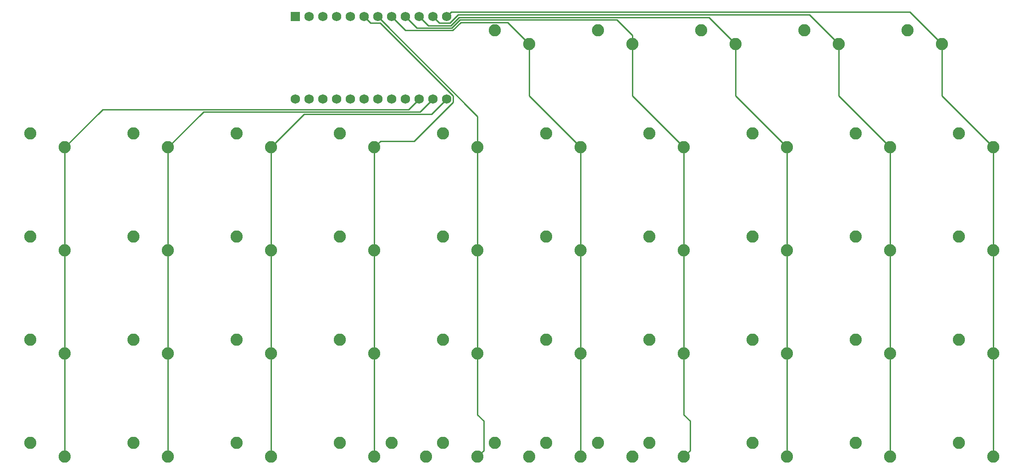
<source format=gbl>
G04 #@! TF.GenerationSoftware,KiCad,Pcbnew,(5.1.4)-1*
G04 #@! TF.CreationDate,2021-08-31T10:30:47-10:00*
G04 #@! TF.ProjectId,oya45,6f796134-352e-46b6-9963-61645f706362,rev?*
G04 #@! TF.SameCoordinates,Original*
G04 #@! TF.FileFunction,Copper,L2,Bot*
G04 #@! TF.FilePolarity,Positive*
%FSLAX46Y46*%
G04 Gerber Fmt 4.6, Leading zero omitted, Abs format (unit mm)*
G04 Created by KiCad (PCBNEW (5.1.4)-1) date 2021-08-31 10:30:47*
%MOMM*%
%LPD*%
G04 APERTURE LIST*
%ADD10C,2.250000*%
%ADD11R,1.752600X1.752600*%
%ADD12C,1.752600*%
%ADD13C,0.254000*%
G04 APERTURE END LIST*
D10*
X203835000Y-35560000D03*
X197485000Y-33020000D03*
X222885000Y-35560000D03*
X216535000Y-33020000D03*
D11*
X103505000Y-30480000D03*
D12*
X106045000Y-30480000D03*
X108585000Y-30480000D03*
X111125000Y-30480000D03*
X113665000Y-30480000D03*
X116205000Y-30480000D03*
X118745000Y-30480000D03*
X121285000Y-30480000D03*
X123825000Y-30480000D03*
X126365000Y-30480000D03*
X128905000Y-30480000D03*
X131445000Y-45720000D03*
X128905000Y-45720000D03*
X126365000Y-45720000D03*
X123825000Y-45720000D03*
X121285000Y-45720000D03*
X118745000Y-45720000D03*
X116205000Y-45720000D03*
X113665000Y-45720000D03*
X111125000Y-45720000D03*
X108585000Y-45720000D03*
X106045000Y-45720000D03*
X131445000Y-30480000D03*
X103505000Y-45720000D03*
D10*
X165735000Y-111760000D03*
X159385000Y-109220000D03*
X127635000Y-111760000D03*
X121285000Y-109220000D03*
X140335000Y-109220000D03*
X146685000Y-111760000D03*
X184785000Y-35560000D03*
X178435000Y-33020000D03*
X165735000Y-35560000D03*
X159385000Y-33020000D03*
X146685000Y-35560000D03*
X140335000Y-33020000D03*
X232410000Y-111760000D03*
X226060000Y-109220000D03*
X213360000Y-111760000D03*
X207010000Y-109220000D03*
X194310000Y-111760000D03*
X187960000Y-109220000D03*
X175260000Y-111760000D03*
X168910000Y-109220000D03*
X156210000Y-111760000D03*
X149860000Y-109220000D03*
X137160000Y-111760000D03*
X130810000Y-109220000D03*
X118110000Y-111760000D03*
X111760000Y-109220000D03*
X99060000Y-111760000D03*
X92710000Y-109220000D03*
X80010000Y-111760000D03*
X73660000Y-109220000D03*
X60960000Y-111760000D03*
X54610000Y-109220000D03*
X232410000Y-92710000D03*
X226060000Y-90170000D03*
X213360000Y-92710000D03*
X207010000Y-90170000D03*
X194310000Y-92710000D03*
X187960000Y-90170000D03*
X175260000Y-92710000D03*
X168910000Y-90170000D03*
X156210000Y-92710000D03*
X149860000Y-90170000D03*
X137160000Y-92710000D03*
X130810000Y-90170000D03*
X118110000Y-92710000D03*
X111760000Y-90170000D03*
X99060000Y-92710000D03*
X92710000Y-90170000D03*
X80010000Y-92710000D03*
X73660000Y-90170000D03*
X60960000Y-92710000D03*
X54610000Y-90170000D03*
X232410000Y-73660000D03*
X226060000Y-71120000D03*
X213360000Y-73660000D03*
X207010000Y-71120000D03*
X194310000Y-73660000D03*
X187960000Y-71120000D03*
X175260000Y-73660000D03*
X168910000Y-71120000D03*
X156210000Y-73660000D03*
X149860000Y-71120000D03*
X137160000Y-73660000D03*
X130810000Y-71120000D03*
X118110000Y-73660000D03*
X111760000Y-71120000D03*
X99060000Y-73660000D03*
X92710000Y-71120000D03*
X80010000Y-73660000D03*
X73660000Y-71120000D03*
X60960000Y-73660000D03*
X54610000Y-71120000D03*
X232410000Y-54610000D03*
X226060000Y-52070000D03*
X213360000Y-54610000D03*
X207010000Y-52070000D03*
X194310000Y-54610000D03*
X187960000Y-52070000D03*
X175260000Y-54610000D03*
X168910000Y-52070000D03*
X156210000Y-54610000D03*
X149860000Y-52070000D03*
X137160000Y-54610000D03*
X130810000Y-52070000D03*
X118110000Y-54610000D03*
X111760000Y-52070000D03*
X99060000Y-54610000D03*
X92710000Y-52070000D03*
X80010000Y-54610000D03*
X73660000Y-52070000D03*
X60960000Y-54610000D03*
X54610000Y-52070000D03*
D13*
X60960000Y-54610000D02*
X60960000Y-92710000D01*
X60960000Y-92710000D02*
X60960000Y-111760000D01*
X125488701Y-46596299D02*
X126365000Y-45720000D01*
X124460000Y-47625000D02*
X125488701Y-46596299D01*
X67945000Y-47625000D02*
X124460000Y-47625000D01*
X60960000Y-54610000D02*
X67945000Y-47625000D01*
X80010000Y-54610000D02*
X80010000Y-111760000D01*
X128028701Y-46596299D02*
X128905000Y-45720000D01*
X126545990Y-48079010D02*
X128028701Y-46596299D01*
X86540990Y-48079010D02*
X126545990Y-48079010D01*
X80010000Y-54610000D02*
X86540990Y-48079010D01*
X99060000Y-54610000D02*
X99060000Y-111760000D01*
X130568701Y-46596299D02*
X131445000Y-45720000D01*
X128631980Y-48533020D02*
X130568701Y-46596299D01*
X105136980Y-48533020D02*
X128631980Y-48533020D01*
X99060000Y-54610000D02*
X105136980Y-48533020D01*
X118110000Y-54610000D02*
X118110000Y-111760000D01*
X117081299Y-31356299D02*
X116205000Y-30480000D01*
X117408301Y-31683301D02*
X117081299Y-31356299D01*
X119189187Y-31683301D02*
X117408301Y-31683301D01*
X132648301Y-45142415D02*
X119189187Y-31683301D01*
X132648301Y-46297585D02*
X132648301Y-45142415D01*
X125460885Y-53485001D02*
X132648301Y-46297585D01*
X119234999Y-53485001D02*
X125460885Y-53485001D01*
X118110000Y-54610000D02*
X119234999Y-53485001D01*
X138284999Y-110635001D02*
X137160000Y-111760000D01*
X138284999Y-105163815D02*
X138284999Y-110635001D01*
X137160000Y-104038816D02*
X138284999Y-105163815D01*
X137160000Y-54610000D02*
X137160000Y-104038816D01*
X137160000Y-48895000D02*
X118745000Y-30480000D01*
X137160000Y-54610000D02*
X137160000Y-48895000D01*
X156210000Y-54610000D02*
X156210000Y-111760000D01*
X146685000Y-45085000D02*
X146685000Y-35560000D01*
X156210000Y-54610000D02*
X146685000Y-45085000D01*
X122161299Y-31356299D02*
X121285000Y-30480000D01*
X123850331Y-33045331D02*
X122161299Y-31356299D01*
X132586756Y-33045331D02*
X123850331Y-33045331D01*
X134064087Y-31567999D02*
X132586756Y-33045331D01*
X142692999Y-31567999D02*
X134064087Y-31567999D01*
X146685000Y-35560000D02*
X142692999Y-31567999D01*
X176384999Y-110635001D02*
X175260000Y-111760000D01*
X176384999Y-105163815D02*
X176384999Y-110635001D01*
X175260000Y-104038816D02*
X176384999Y-105163815D01*
X175260000Y-54610000D02*
X175260000Y-104038816D01*
X165735000Y-45085000D02*
X165735000Y-35560000D01*
X175260000Y-54610000D02*
X165735000Y-45085000D01*
X165735000Y-33969010D02*
X162836510Y-31070520D01*
X165735000Y-35560000D02*
X165735000Y-33969010D01*
X124701299Y-31356299D02*
X123825000Y-30480000D01*
X125936321Y-32591321D02*
X124701299Y-31356299D01*
X132398699Y-32591321D02*
X125936321Y-32591321D01*
X133919499Y-31070520D02*
X132398699Y-32591321D01*
X162836510Y-31070520D02*
X133919499Y-31070520D01*
X194310000Y-54610000D02*
X194310000Y-111760000D01*
X184785000Y-45085000D02*
X184785000Y-35560000D01*
X194310000Y-54610000D02*
X184785000Y-45085000D01*
X127241299Y-31356299D02*
X126365000Y-30480000D01*
X128022311Y-32137311D02*
X127241299Y-31356299D01*
X132210642Y-32137311D02*
X128022311Y-32137311D01*
X133731442Y-30616510D02*
X132210642Y-32137311D01*
X179841510Y-30616510D02*
X133731442Y-30616510D01*
X184785000Y-35560000D02*
X179841510Y-30616510D01*
X213360000Y-54610000D02*
X213360000Y-111760000D01*
X203835000Y-45085000D02*
X203835000Y-35560000D01*
X213360000Y-54610000D02*
X203835000Y-45085000D01*
X203835000Y-35560000D02*
X198437500Y-30162500D01*
X129781299Y-31356299D02*
X128905000Y-30480000D01*
X130108301Y-31683301D02*
X129781299Y-31356299D01*
X132022585Y-31683301D02*
X130108301Y-31683301D01*
X133543386Y-30162500D02*
X132022585Y-31683301D01*
X198437500Y-30162500D02*
X133543386Y-30162500D01*
X232410000Y-54610000D02*
X232410000Y-111760000D01*
X222885000Y-45085000D02*
X222885000Y-35560000D01*
X232410000Y-54610000D02*
X222885000Y-45085000D01*
X132321299Y-29603701D02*
X131445000Y-30480000D01*
X216928701Y-29603701D02*
X132321299Y-29603701D01*
X222885000Y-35560000D02*
X216928701Y-29603701D01*
M02*

</source>
